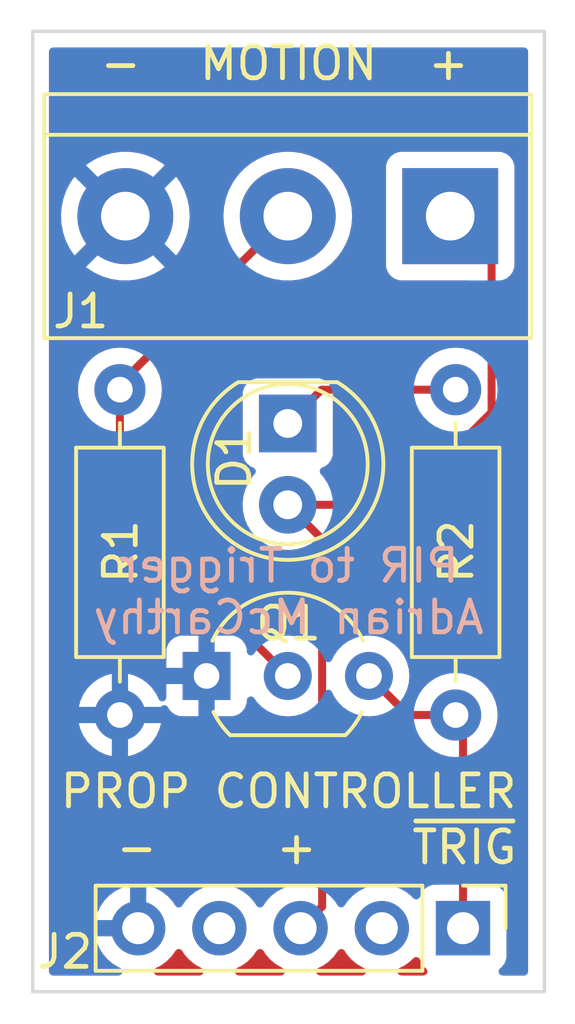
<source format=kicad_pcb>
(kicad_pcb (version 20211014) (generator pcbnew)
  (title_block (title "PIR to Trigger") (date "2023-11-17") (comment 1 "Adrian McCarthy"))
  (layers (0 "F.Cu" signal) (31 "B.Cu" signal) (34 "B.Paste" user) (35 "F.Paste" user) (36 "B.SilkS" user "B.Silkscreen") (37 "F.SilkS" user "F.Silkscreen") (38 "B.Mask" user) (39 "F.Mask" user) (44 "Edge.Cuts" user))
  (net 0 "")
  (net 1 "Net-(D1-Pad1)")
  (net 2 "Net-(D1-Pad2)")
  (net 3 "Net-(J1-Pad2)")
  (net 4 "Net-(Q1-Pad3)")
  (net 7 "/GND")
  (footprint "Package_TO_SOT_THT:TO-92_Inline_Wide" (layer "F.Cu") (at 138.935 114.147)
    (fp_text reference "Q1" (at 2.565 -1.635) (layer "F.SilkS"))
    (fp_text value "2N3904")
    (fp_line (start 0.74 1.85) (end 4.34 1.85) (layer "F.SilkS") (width 0.12))
    (fp_arc (start 0.1836 -1.098807) (mid 1.143021 -2.192817) (end 2.54 -2.6) (layer "F.SilkS") (width 0.12))
    (fp_arc (start 2.54 -2.6) (mid 3.936979 -2.192818) (end 4.8964 -1.098807) (layer "F.SilkS") (width 0.12))
    (fp_arc (start 4.864184 1.122795) (mid 4.633903 1.509328) (end 4.34 1.85) (layer "F.SilkS") (width 0.12))
    (fp_arc (start 0.74 1.85) (mid 0.446097 1.509328) (end 0.215816 1.122795) (layer "F.SilkS") (width 0.12))
    (pad "1" thru_hole rect locked (at 0 0) (size 1.5 1.5) (drill 0.8) (layers *.Cu *.Mask) (net 7 "/GND"))
    (pad "2" thru_hole circle locked (at 2.54 0) (size 1.5 1.5) (drill 0.8) (layers *.Cu *.Mask) (net 3 "Net-(J1-Pad2)"))
    (pad "3" thru_hole circle locked (at 5.08 0) (size 1.5 1.5) (drill 0.8) (layers *.Cu *.Mask) (net 4 "Net-(Q1-Pad3)"))
  )
  (footprint "LED_THT:LED_D5.0mm" (layer "F.Cu") (at 141.475 106.262 -90)
    (fp_text reference "D1" (at 1.1 1.675 90) (layer "F.SilkS"))
    (fp_text value "LED")
    (fp_line (start -1.29 -1.545) (end -1.29 1.545) (layer "F.SilkS") (width 0.12))
    (fp_arc (start 4.26 -0.000462) (mid 2.072002 2.880433) (end -1.29 1.54483) (layer "F.SilkS") (width 0.12))
    (fp_arc (start -1.29 -1.54483) (mid 2.072002 -2.880433) (end 4.26 0.000462) (layer "F.SilkS") (width 0.12))
    (fp_circle (center 1.27 0) (end 3.77 0) (layer "F.SilkS") (width 0.12) (fill none))
    (pad "1" thru_hole rect locked (at 0 0 270) (size 1.8 1.8) (drill 0.9) (layers *.Cu *.Mask) (net 1 "Net-(D1-Pad1)"))
    (pad "2" thru_hole circle locked (at 2.54 0 270) (size 1.8 1.8) (drill 0.9) (layers *.Cu *.Mask) (net 2 "Net-(D1-Pad2)"))
  )
  (footprint "Resistor_THT:R_Axial_DIN0207_L6.3mm_D2.5mm_P10.16mm_Horizontal" (layer "F.Cu") (at 146.725 105.207 -90)
    (fp_text reference "R2" (at 5.055 -0.025 90) (layer "F.SilkS"))
    (fp_text value "1200")
    (fp_line (start 9.12 0) (end 8.35 0) (layer "F.SilkS") (width 0.12))
    (fp_line (start 8.35 -1.37) (end 1.81 -1.37) (layer "F.SilkS") (width 0.12))
    (fp_line (start 8.35 1.37) (end 8.35 -1.37) (layer "F.SilkS") (width 0.12))
    (fp_line (start 1.81 -1.37) (end 1.81 1.37) (layer "F.SilkS") (width 0.12))
    (fp_line (start 1.04 0) (end 1.81 0) (layer "F.SilkS") (width 0.12))
    (fp_line (start 1.81 1.37) (end 8.35 1.37) (layer "F.SilkS") (width 0.12))
    (pad "1" thru_hole circle locked (at 0 0 270) (size 1.6 1.6) (drill 0.8) (layers *.Cu *.Mask) (net 1 "Net-(D1-Pad1)"))
    (pad "2" thru_hole oval locked (at 10.16 0 270) (size 1.6 1.6) (drill 0.8) (layers *.Cu *.Mask) (net 4 "Net-(Q1-Pad3)"))
  )
  (footprint "TerminalBlock:TerminalBlock_bornier-3_P5.08mm" (layer "F.Cu") (at 146.555 99.787 180)
    (fp_text reference "J1" (at 11.555 -2.975) (layer "F.SilkS"))
    (fp_text value "Conn_01x03_Female")
    (fp_line (start -2.54 3.81) (end 12.7 3.81) (layer "F.SilkS") (width 0.12))
    (fp_line (start -2.54 -3.81) (end 12.7 -3.81) (layer "F.SilkS") (width 0.12))
    (fp_line (start -2.54 2.54) (end 12.7 2.54) (layer "F.SilkS") (width 0.12))
    (fp_line (start -2.54 3.81) (end -2.54 -3.81) (layer "F.SilkS") (width 0.12))
    (fp_line (start 12.7 3.81) (end 12.7 -3.81) (layer "F.SilkS") (width 0.12))
    (pad "1" thru_hole rect locked (at 0 0 180) (size 3 3) (drill 1.52) (layers *.Cu *.Mask) (net 2 "Net-(D1-Pad2)"))
    (pad "2" thru_hole circle locked (at 5.08 0 180) (size 3 3) (drill 1.52) (layers *.Cu *.Mask) (net 3 "Net-(J1-Pad2)"))
    (pad "3" thru_hole circle locked (at 10.16 0 180) (size 3 3) (drill 1.52) (layers *.Cu *.Mask) (net 7 "/GND"))
  )
  (footprint "Connector_PinHeader_2.54mm:PinHeader_1x05_P2.54mm_Vertical" (layer "F.Cu") (at 146.956 122.025 -90)
    (fp_text reference "J2" (at 0.737 12.456 180) (layer "F.SilkS"))
    (fp_text value "Conn_01x05_Male")
    (fp_line (start -1.33 1.27) (end 1.33 1.27) (layer "F.SilkS") (width 0.12))
    (fp_line (start 1.33 1.27) (end 1.33 11.49) (layer "F.SilkS") (width 0.12))
    (fp_line (start -1.33 1.27) (end -1.33 11.49) (layer "F.SilkS") (width 0.12))
    (fp_line (start -1.33 -1.33) (end 0 -1.33) (layer "F.SilkS") (width 0.12))
    (fp_line (start -1.33 11.49) (end 1.33 11.49) (layer "F.SilkS") (width 0.12))
    (fp_line (start -1.33 0) (end -1.33 -1.33) (layer "F.SilkS") (width 0.12))
    (pad "1" thru_hole rect locked (at 0 0 270) (size 1.7 1.7) (drill 1) (layers *.Cu *.Mask) (net 4 "Net-(Q1-Pad3)"))
    (pad "2" thru_hole oval locked (at 0 2.54 270) (size 1.7 1.7) (drill 1) (layers *.Cu *.Mask))
    (pad "3" thru_hole oval locked (at 0 5.08 270) (size 1.7 1.7) (drill 1) (layers *.Cu *.Mask) (net 2 "Net-(D1-Pad2)"))
    (pad "4" thru_hole oval locked (at 0 7.62 270) (size 1.7 1.7) (drill 1) (layers *.Cu *.Mask))
    (pad "5" thru_hole oval locked (at 0 10.16 270) (size 1.7 1.7) (drill 1) (layers *.Cu *.Mask) (net 7 "/GND"))
  )
  (footprint "Resistor_THT:R_Axial_DIN0207_L6.3mm_D2.5mm_P10.16mm_Horizontal" (layer "F.Cu") (at 136.225 105.207 -90)
    (fp_text reference "R1" (at 5.055 -0.025 90) (layer "F.SilkS"))
    (fp_text value "100K")
    (fp_line (start 8.35 -1.37) (end 1.81 -1.37) (layer "F.SilkS") (width 0.12))
    (fp_line (start 8.35 1.37) (end 8.35 -1.37) (layer "F.SilkS") (width 0.12))
    (fp_line (start 1.81 -1.37) (end 1.81 1.37) (layer "F.SilkS") (width 0.12))
    (fp_line (start 9.12 0) (end 8.35 0) (layer "F.SilkS") (width 0.12))
    (fp_line (start 1.04 0) (end 1.81 0) (layer "F.SilkS") (width 0.12))
    (fp_line (start 1.81 1.37) (end 8.35 1.37) (layer "F.SilkS") (width 0.12))
    (pad "1" thru_hole circle locked (at 0 0 270) (size 1.6 1.6) (drill 0.8) (layers *.Cu *.Mask) (net 3 "Net-(J1-Pad2)"))
    (pad "2" thru_hole oval locked (at 10.16 0 270) (size 1.6 1.6) (drill 0.8) (layers *.Cu *.Mask) (net 7 "/GND"))
  )
  (gr_line (start 133.5 94.012) (end 149.5 94.012) (layer "Edge.Cuts") (width 0.1))
  (gr_line (start 149.5 124.012) (end 149.5 94.012) (layer "Edge.Cuts") (width 0.1))
  (gr_line (start 133.5 124.012) (end 149.5 124.012) (layer "Edge.Cuts") (width 0.1))
  (gr_line (start 133.5 94.012) (end 133.5 124.012) (layer "Edge.Cuts") (width 0.1))
  (gr_text "PIR to Trigger\nAdrian McCarthy" (at 141.5 111.512) (layer "B.SilkS") (effects (font (size 1 1)) (justify mirror)))
  (gr_text "~{TRIG}" (at 147 119.5) (layer "F.SilkS") (effects (font (size 1 1))))
  (gr_text "+" (at 141.75 119.5) (layer "F.SilkS") (effects (font (size 1 1))))
  (gr_text "-" (at 136.75 119.5) (layer "F.SilkS") (effects (font (size 1 1))))
  (gr_text "MOTION" (at 141.5 95.012) (layer "F.SilkS") (effects (font (size 1 1))))
  (gr_text "+" (at 146.5 95.012) (layer "F.SilkS") (effects (font (size 1 1))))
  (gr_text "PROP CONTROLLER" (at 141.5 117.75) (layer "F.SilkS") (effects (font (size 1 1))))
  (gr_text "-" (at 136.25 95.012) (layer "F.SilkS") (effects (font (size 1 1))))
  (segment (start 146.725 105.207) (end 142.53 105.207) (width 0.25) (layer "F.Cu") (net 1))
  (segment (start 142.53 105.207) (end 141.475 106.262) (width 0.25) (layer "F.Cu") (net 1))
  (segment (start 142.549511 109.876511) (end 142.549511 121.351489) (width 0.25) (layer "F.Cu") (net 2))
  (segment (start 146.555 99.787) (end 147.849511 101.081511) (width 0.25) (layer "F.Cu") (net 2))
  (segment (start 144.96 108.802) (end 141.475 108.802) (width 0.25) (layer "F.Cu") (net 2))
  (segment (start 142.549511 121.351489) (end 141.876 122.025) (width 0.25) (layer "F.Cu") (net 2))
  (segment (start 141.475 108.802) (end 142.549511 109.876511) (width 0.25) (layer "F.Cu") (net 2))
  (segment (start 147.849511 105.912489) (end 144.96 108.802) (width 0.25) (layer "F.Cu") (net 2))
  (segment (start 147.849511 101.081511) (end 147.849511 105.912489) (width 0.25) (layer "F.Cu") (net 2))
  (segment (start 141.475 114.147) (end 136.225 108.897) (width 0.25) (layer "F.Cu") (net 3))
  (segment (start 141.475 99.787) (end 136.225 105.037) (width 0.25) (layer "F.Cu") (net 3))
  (segment (start 136.225 108.897) (end 136.225 105.207) (width 0.25) (layer "F.Cu") (net 3))
  (segment (start 136.225 105.037) (end 136.225 105.207) (width 0.25) (layer "F.Cu") (net 3))
  (segment (start 146.956 115.598) (end 146.725 115.367) (width 0.25) (layer "F.Cu") (net 4))
  (segment (start 146.725 115.367) (end 145.235 115.367) (width 0.25) (layer "F.Cu") (net 4))
  (segment (start 145.235 115.367) (end 144.015 114.147) (width 0.25) (layer "F.Cu") (net 4))
  (segment (start 146.956 122.025) (end 146.956 115.598) (width 0.25) (layer "F.Cu") (net 4))
  (zone (net 0) (net_name "") (layer "F.Cu") (connect_pads (clearance 0.508)) (min_thickness 0.254) (fill yes (thermal_gap 0.508) (thermal_bridge_width 0.508))
    (polygon (pts (xy 132.975 124.537) (xy 132.975 93.537) (xy 149.975 93.537) (xy 149.975 124.537)))
  )
  (zone (net 7) (net_name "/GND") (layer "B.Cu") (connect_pads (clearance 0.508)) (min_thickness 0.254) (fill yes (thermal_gap 0.508) (thermal_bridge_width 0.508))
    (polygon (pts (xy 132.475 125.037) (xy 132.475 93.037) (xy 150.475 93.037) (xy 150.475 125.037)))
  )
)
</source>
